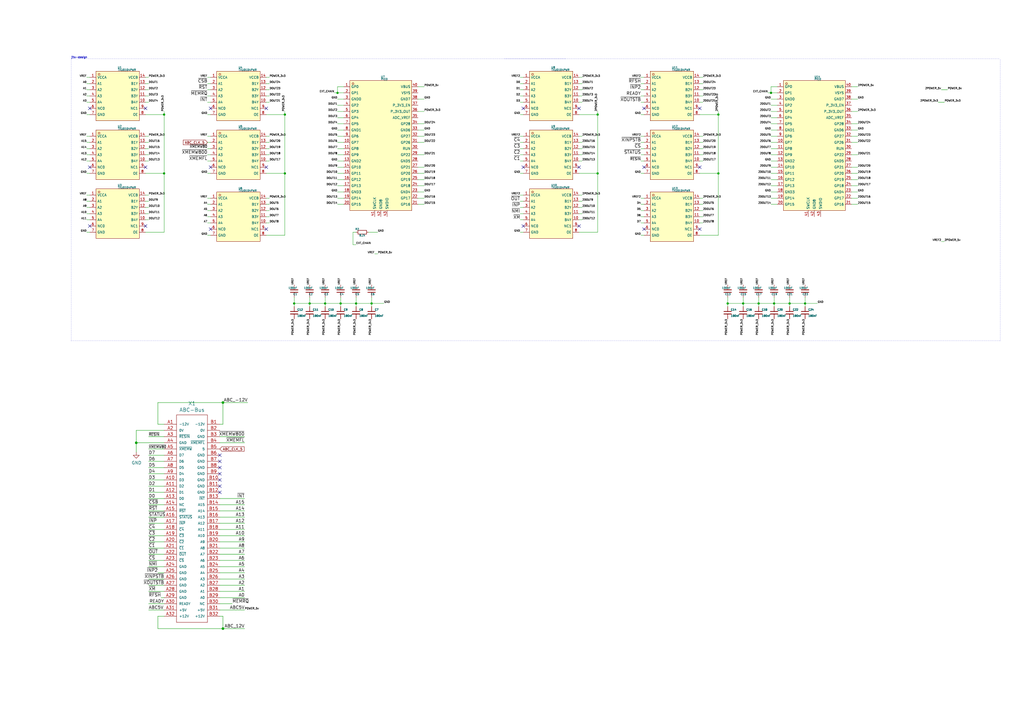
<source format=kicad_sch>
(kicad_sch
	(version 20250114)
	(generator "eeschema")
	(generator_version "9.0")
	(uuid "219df102-d28d-b743-245e-efc9439ef913")
	(paper "A3")
	(title_block
		(title "4680 LOGIC ANALYZER")
		(date "2025-08-14")
	)
	
	(text "jitx-design"
		(exclude_from_sim no)
		(at 29.21 24.13 0)
		(effects
			(font
				(size 0.762 0.762)
			)
			(justify left bottom)
		)
		(uuid "a29b4d81-295e-4e92-4a0b-d06942221206")
	)
	(junction
		(at 152.4 124.46)
		(diameter 0.762)
		(color 0 0 0 0)
		(uuid "042cc238-85ec-8300-e122-287d90dace06")
	)
	(junction
		(at 127 124.46)
		(diameter 0.762)
		(color 0 0 0 0)
		(uuid "1389c834-84ca-0b39-19be-946531520b9c")
	)
	(junction
		(at 55.88 181.61)
		(diameter 0)
		(color 0 0 0 0)
		(uuid "1e567a73-6efa-46e8-a9fe-8d39ff3a9c3d")
	)
	(junction
		(at 67.31 71.12)
		(diameter 0.762)
		(color 0 0 0 0)
		(uuid "2c53c86b-2f71-7ff7-88a2-6d117e56c654")
	)
	(junction
		(at 245.11 46.99)
		(diameter 0.762)
		(color 0 0 0 0)
		(uuid "2dc3a48d-3d42-43b1-a3c5-b1e94875dc70")
	)
	(junction
		(at 120.65 124.46)
		(diameter 0.762)
		(color 0 0 0 0)
		(uuid "2fa001f2-7827-bfc1-e04d-2b9e5f8f7d0f")
	)
	(junction
		(at 323.85 124.46)
		(diameter 0.762)
		(color 0 0 0 0)
		(uuid "34e50a99-49e1-449c-9e53-1d00c76d3d3d")
	)
	(junction
		(at 294.64 71.12)
		(diameter 0.762)
		(color 0 0 0 0)
		(uuid "3822c205-e5ce-4a0c-9944-39d6e154ee5b")
	)
	(junction
		(at 316.23 38.1)
		(diameter 0.762)
		(color 0 0 0 0)
		(uuid "3cacff9c-50d4-4e1f-b9e3-59364b758a5c")
	)
	(junction
		(at 91.44 257.81)
		(diameter 0)
		(color 0 0 0 0)
		(uuid "3cd236a6-4642-406a-bf9b-2df18be4cb23")
	)
	(junction
		(at 139.7 124.46)
		(diameter 0.762)
		(color 0 0 0 0)
		(uuid "4177fddd-9575-740c-fedf-0b73e81dc483")
	)
	(junction
		(at 91.44 165.1)
		(diameter 0)
		(color 0 0 0 0)
		(uuid "65d440c0-c664-48c8-a0fc-18c335761bfe")
	)
	(junction
		(at 116.84 46.99)
		(diameter 0.762)
		(color 0 0 0 0)
		(uuid "670b72cf-67ef-f1a3-194d-80aadb79d309")
	)
	(junction
		(at 116.84 71.12)
		(diameter 0.762)
		(color 0 0 0 0)
		(uuid "72b993db-2638-e0a8-9adf-6baf8ee160c8")
	)
	(junction
		(at 317.5 124.46)
		(diameter 0.762)
		(color 0 0 0 0)
		(uuid "8136187f-6662-40ed-b0e4-cc39feb412ba")
	)
	(junction
		(at 133.35 124.46)
		(diameter 0.762)
		(color 0 0 0 0)
		(uuid "9b3f248e-6d28-c8e5-b879-5039bcaad69e")
	)
	(junction
		(at 330.2 124.46)
		(diameter 0.762)
		(color 0 0 0 0)
		(uuid "9eacc73c-87bb-46d2-8140-51c9bf0bb918")
	)
	(junction
		(at 245.11 71.12)
		(diameter 0.762)
		(color 0 0 0 0)
		(uuid "aafdf8e4-9b8d-4022-be79-b4a4c0a76a07")
	)
	(junction
		(at 67.31 46.99)
		(diameter 0.762)
		(color 0 0 0 0)
		(uuid "b1e64ff5-77c7-96e9-8dc5-d0646f6efa27")
	)
	(junction
		(at 298.45 124.46)
		(diameter 0.762)
		(color 0 0 0 0)
		(uuid "b3584922-99e2-46ca-8643-8b505788c4df")
	)
	(junction
		(at 294.64 46.99)
		(diameter 0.762)
		(color 0 0 0 0)
		(uuid "d7cf6443-1e3e-417e-9822-79dd4e386330")
	)
	(junction
		(at 146.05 124.46)
		(diameter 0.762)
		(color 0 0 0 0)
		(uuid "dda76ac0-10c5-ad15-8d1f-706fe933c410")
	)
	(junction
		(at 304.8 124.46)
		(diameter 0.762)
		(color 0 0 0 0)
		(uuid "f6c9a5cc-982f-4bcb-926f-4f8f7da0fc05")
	)
	(junction
		(at 138.43 38.1)
		(diameter 0.762)
		(color 0 0 0 0)
		(uuid "fb0dd6c2-06e5-8eec-6601-e86889114df2")
	)
	(junction
		(at 311.15 124.46)
		(diameter 0.762)
		(color 0 0 0 0)
		(uuid "fd9fee67-93df-41a4-be2c-75e307e42c24")
	)
	(no_connect
		(at 237.49 44.45)
		(uuid "0822c10d-77b0-48f8-a879-b1bf7685e9f8")
	)
	(no_connect
		(at 109.22 68.58)
		(uuid "0f36d4a8-ca1d-482a-b788-8140910169c4")
	)
	(no_connect
		(at 86.36 44.45)
		(uuid "1705e63e-2635-42bb-8e5d-84981c36774d")
	)
	(no_connect
		(at 36.83 44.45)
		(uuid "2184c91e-6e19-4040-8725-8ce50213a970")
	)
	(no_connect
		(at 86.36 68.58)
		(uuid "2ec41176-5037-4ca2-b729-937ba41985d4")
	)
	(no_connect
		(at 59.69 68.58)
		(uuid "359d1721-d496-4d2a-90aa-d900cac8f15d")
	)
	(no_connect
		(at 287.02 93.98)
		(uuid "3af4395f-9c92-45d3-83b1-b674f3938364")
	)
	(no_connect
		(at 36.83 92.71)
		(uuid "3f9e6669-3865-4710-934a-66be0818989b")
	)
	(no_connect
		(at 287.02 44.45)
		(uuid "431b9770-9818-48c4-a230-4f0f1c92a169")
	)
	(no_connect
		(at 237.49 92.71)
		(uuid "49ab0fb7-37c5-4625-85bd-641f13bf5946")
	)
	(no_connect
		(at 109.22 93.98)
		(uuid "4cb375db-f1ef-438b-a00f-67c0ef004d11")
	)
	(no_connect
		(at 264.16 93.98)
		(uuid "6e55a3cb-c4ee-4eba-a946-b49b777b6f9a")
	)
	(no_connect
		(at 86.36 93.98)
		(uuid "72870677-8e39-43a4-9cd5-5ebace71ebc6")
	)
	(no_connect
		(at 264.16 44.45)
		(uuid "734ef6eb-cbbe-44ff-8d9a-83838dfce754")
	)
	(no_connect
		(at 90.17 194.31)
		(uuid "73ef7991-ed6a-48fa-886a-426c99aa9de7")
	)
	(no_connect
		(at 90.17 199.39)
		(uuid "891a5847-ece7-45c5-a344-fa4b56ea17dd")
	)
	(no_connect
		(at 36.83 68.58)
		(uuid "8f4d880f-9c4f-4dbc-a996-3106dc92f070")
	)
	(no_connect
		(at 59.69 92.71)
		(uuid "9608ff4c-80f8-40f7-86d9-21bdc524fd16")
	)
	(no_connect
		(at 90.17 196.85)
		(uuid "a62428fe-ef09-4278-86f3-e7e5395df2b2")
	)
	(no_connect
		(at 214.63 92.71)
		(uuid "a876b991-d223-4522-9af9-ea970013fafb")
	)
	(no_connect
		(at 90.17 189.23)
		(uuid "acf0c9d1-65fa-49d6-8031-33e9aa20f888")
	)
	(no_connect
		(at 109.22 44.45)
		(uuid "b1a00071-22b3-40e1-9dc5-73bb2b4dc23b")
	)
	(no_connect
		(at 214.63 44.45)
		(uuid "bae310b7-c62e-4c2f-8889-f1fdb6b5ba6b")
	)
	(no_connect
		(at 59.69 44.45)
		(uuid "c0937799-7866-4dcc-8a7e-1106e4539df5")
	)
	(no_connect
		(at 214.63 68.58)
		(uuid "d02b8622-0f80-41b7-984f-888b5e2c8970")
	)
	(no_connect
		(at 90.17 186.69)
		(uuid "f0f6ac35-bfdd-4cec-ad58-2064aff0408d")
	)
	(no_connect
		(at 264.16 68.58)
		(uuid "f30fe8da-f449-40a3-a282-0759c39ddb7d")
	)
	(no_connect
		(at 237.49 68.58)
		(uuid "f5855b53-ed69-46cc-ba90-a0014dde182b")
	)
	(no_connect
		(at 90.17 191.77)
		(uuid "f63af734-de6c-45a4-aa10-11702565f8f1")
	)
	(no_connect
		(at 90.17 201.93)
		(uuid "fd56f66a-d2d9-4985-84bb-9c8b99d5544e")
	)
	(no_connect
		(at 287.02 68.58)
		(uuid "ff932043-9711-42b4-8bda-67b58601446b")
	)
	(wire
		(pts
			(xy 35.56 55.88) (xy 36.83 55.88)
		)
		(stroke
			(width 0.127)
			(type default)
		)
		(uuid "0028a3d3-dc29-2665-6960-d1081c2e160f")
	)
	(wire
		(pts
			(xy 349.25 83.82) (xy 351.79 83.82)
		)
		(stroke
			(width 0.127)
			(type default)
		)
		(uuid "00f859e6-6424-4569-a8d7-a8771e0c5f5d")
	)
	(wire
		(pts
			(xy 146.05 124.46) (xy 146.05 121.92)
		)
		(stroke
			(width 0.127)
			(type default)
		)
		(uuid "01ac23ba-ab0d-34d2-110c-2e5baef817fe")
	)
	(wire
		(pts
			(xy 316.23 55.88) (xy 318.77 55.88)
		)
		(stroke
			(width 0.127)
			(type default)
		)
		(uuid "022bd2d9-a6e9-4cee-959e-0db69e00b7a7")
	)
	(wire
		(pts
			(xy 67.31 237.49) (xy 60.96 237.49)
		)
		(stroke
			(width 0)
			(type default)
		)
		(uuid "034b7682-5998-42fc-ba3f-e1d91a29a963")
	)
	(wire
		(pts
			(xy 60.96 196.85) (xy 67.31 196.85)
		)
		(stroke
			(width 0)
			(type default)
		)
		(uuid "03512c72-5c26-46d9-b64d-b872b8c8aa52")
	)
	(wire
		(pts
			(xy 213.36 63.5) (xy 214.63 63.5)
		)
		(stroke
			(width 0.127)
			(type default)
		)
		(uuid "036d8736-795f-479f-a56d-2fa1452d94a3")
	)
	(wire
		(pts
			(xy 144.78 95.25) (xy 144.78 100.33)
		)
		(stroke
			(width 0.127)
			(type default)
		)
		(uuid "0562b750-03e8-fee7-fa34-0c7f97254869")
	)
	(wire
		(pts
			(xy 316.23 71.12) (xy 318.77 71.12)
		)
		(stroke
			(width 0.127)
			(type default)
		)
		(uuid "067ea5f9-8869-4286-a13f-ee952864dfcf")
	)
	(wire
		(pts
			(xy 116.84 71.12) (xy 116.84 46.99)
		)
		(stroke
			(width 0.127)
			(type default)
		)
		(uuid "070aed4b-dc83-8c34-50c6-279c56a0a7b0")
	)
	(wire
		(pts
			(xy 316.23 53.34) (xy 318.77 53.34)
		)
		(stroke
			(width 0.127)
			(type default)
		)
		(uuid "07a052af-c4b0-4618-add2-34cfcfcf90b0")
	)
	(wire
		(pts
			(xy 384.81 41.91) (xy 387.35 41.91)
		)
		(stroke
			(width 0)
			(type default)
		)
		(uuid "089a09f3-4ea4-4423-aab1-8423ce7f40b5")
	)
	(wire
		(pts
			(xy 90.17 247.65) (xy 95.25 247.65)
		)
		(stroke
			(width 0)
			(type default)
		)
		(uuid "08df9ae4-203f-4668-804f-3d0ec4287c5c")
	)
	(polyline
		(pts
			(xy 29.21 139.7) (xy 410.21 139.7)
		)
		(stroke
			(width 0.127)
			(type dot)
		)
		(uuid "08e0ea35-8612-4c04-8671-0570230c2e11")
	)
	(wire
		(pts
			(xy 67.31 252.73) (xy 64.77 252.73)
		)
		(stroke
			(width 0)
			(type default)
		)
		(uuid "092ed550-ef8d-405a-b76a-b818ece3bd0f")
	)
	(wire
		(pts
			(xy 138.43 55.88) (xy 140.97 55.88)
		)
		(stroke
			(width 0.127)
			(type default)
		)
		(uuid "0aff7fc6-1edc-cd83-b31c-0c91081c0e66")
	)
	(wire
		(pts
			(xy 90.17 219.71) (xy 100.33 219.71)
		)
		(stroke
			(width 0)
			(type default)
		)
		(uuid "0bf072e2-5a94-4648-ab4f-56cc868174a3")
	)
	(wire
		(pts
			(xy 109.22 86.36) (xy 110.49 86.36)
		)
		(stroke
			(width 0.127)
			(type default)
		)
		(uuid "0bf39884-d41c-f268-9500-5b2baf5119f7")
	)
	(wire
		(pts
			(xy 287.02 31.75) (xy 288.29 31.75)
		)
		(stroke
			(width 0.127)
			(type default)
		)
		(uuid "0c54c06c-e2a1-4a93-92c3-9e994d1d8421")
	)
	(wire
		(pts
			(xy 35.56 95.25) (xy 36.83 95.25)
		)
		(stroke
			(width 0.127)
			(type default)
		)
		(uuid "0ed75bab-49b6-8b80-4585-9da0e89684e5")
	)
	(wire
		(pts
			(xy 287.02 34.29) (xy 288.29 34.29)
		)
		(stroke
			(width 0.127)
			(type default)
		)
		(uuid "10e01426-651b-4ff7-96bb-10d1fb63230a")
	)
	(polyline
		(pts
			(xy 410.21 139.7) (xy 410.21 24.13)
		)
		(stroke
			(width 0.127)
			(type dot)
		)
		(uuid "1311a563-b10d-4fca-af31-2a3fe4f7b3e7")
	)
	(wire
		(pts
			(xy 287.02 55.88) (xy 288.29 55.88)
		)
		(stroke
			(width 0.127)
			(type default)
		)
		(uuid "1447133e-4e69-4487-889c-113857f55f77")
	)
	(wire
		(pts
			(xy 109.22 91.44) (xy 110.49 91.44)
		)
		(stroke
			(width 0.127)
			(type default)
		)
		(uuid "14f257a3-ec02-2133-f8f8-c8351933dc14")
	)
	(wire
		(pts
			(xy 120.65 124.46) (xy 127 124.46)
		)
		(stroke
			(width 0.127)
			(type default)
		)
		(uuid "14f8343d-bf65-6bf6-4bcf-987431fddab2")
	)
	(wire
		(pts
			(xy 349.25 73.66) (xy 351.79 73.66)
		)
		(stroke
			(width 0.127)
			(type default)
		)
		(uuid "151394aa-bdab-4946-96df-5da27b0c44d2")
	)
	(wire
		(pts
			(xy 91.44 252.73) (xy 90.17 252.73)
		)
		(stroke
			(width 0)
			(type default)
		)
		(uuid "154d66e0-429f-4345-b7c1-de73605249fe")
	)
	(wire
		(pts
			(xy 85.09 81.28) (xy 86.36 81.28)
		)
		(stroke
			(width 0.127)
			(type default)
		)
		(uuid "178ec76e-341e-be1d-a926-aeb2d8da66db")
	)
	(wire
		(pts
			(xy 60.96 232.41) (xy 67.31 232.41)
		)
		(stroke
			(width 0)
			(type default)
		)
		(uuid "179031f8-5400-4877-83be-dbe24abf7f19")
	)
	(wire
		(pts
			(xy 316.23 78.74) (xy 318.77 78.74)
		)
		(stroke
			(width 0.127)
			(type default)
		)
		(uuid "18628061-31cc-45bc-a394-d08c35105d62")
	)
	(wire
		(pts
			(xy 91.44 165.1) (xy 91.44 173.99)
		)
		(stroke
			(width 0)
			(type default)
		)
		(uuid "18baa678-aa24-4f9a-b53f-e785ff1da08b")
	)
	(wire
		(pts
			(xy 109.22 63.5) (xy 110.49 63.5)
		)
		(stroke
			(width 0.127)
			(type default)
		)
		(uuid "1c112ab4-ea79-3f0c-600d-ad767cb2c14b")
	)
	(wire
		(pts
			(xy 133.35 125.73) (xy 133.35 124.46)
		)
		(stroke
			(width 0.127)
			(type default)
		)
		(uuid "1cc39c3b-dd27-b8e8-4b12-383953f50332")
	)
	(wire
		(pts
			(xy 171.45 76.2) (xy 173.99 76.2)
		)
		(stroke
			(width 0.127)
			(type default)
		)
		(uuid "1d282c3d-e1fe-163c-3e76-a3b53287425c")
	)
	(wire
		(pts
			(xy 60.96 209.55) (xy 67.31 209.55)
		)
		(stroke
			(width 0)
			(type default)
		)
		(uuid "1e24cee0-bd1b-48c0-9e81-1303d405048f")
	)
	(wire
		(pts
			(xy 171.45 50.8) (xy 173.99 50.8)
		)
		(stroke
			(width 0.127)
			(type default)
		)
		(uuid "1ea09940-e562-effa-e892-fe5ad12e13ed")
	)
	(wire
		(pts
			(xy 90.17 207.01) (xy 100.33 207.01)
		)
		(stroke
			(width 0)
			(type default)
		)
		(uuid "1ef4daf0-8068-408b-94fe-d8542cc4fd67")
	)
	(wire
		(pts
			(xy 349.25 55.88) (xy 351.79 55.88)
		)
		(stroke
			(width 0.127)
			(type default)
		)
		(uuid "21458000-a4f0-4fd2-aa29-bcf0dbd4ce26")
	)
	(wire
		(pts
			(xy 127 124.46) (xy 133.35 124.46)
		)
		(stroke
			(width 0.127)
			(type default)
		)
		(uuid "218e2876-868e-496c-8359-780191896fae")
	)
	(wire
		(pts
			(xy 349.25 50.8) (xy 351.79 50.8)
		)
		(stroke
			(width 0.127)
			(type default)
		)
		(uuid "2230d108-2a6f-4667-82cb-fccb20d49be6")
	)
	(wire
		(pts
			(xy 90.17 242.57) (xy 100.33 242.57)
		)
		(stroke
			(width 0)
			(type default)
		)
		(uuid "22e2c0b2-577b-4299-9201-5e9159eb179f")
	)
	(wire
		(pts
			(xy 171.45 81.28) (xy 173.99 81.28)
		)
		(stroke
			(width 0.127)
			(type default)
		)
		(uuid "23eaa51d-4414-4f26-5967-48d0fccf0548")
	)
	(wire
		(pts
			(xy 59.69 34.29) (xy 60.96 34.29)
		)
		(stroke
			(width 0.127)
			(type default)
		)
		(uuid "2445749e-755f-c3f1-38cd-f490e0dff169")
	)
	(wire
		(pts
			(xy 144.78 95.25) (xy 146.05 95.25)
		)
		(stroke
			(width 0.127)
			(type default)
		)
		(uuid "24eeb98f-1012-2f7b-d6c7-2f0de9df888c")
	)
	(wire
		(pts
			(xy 237.49 87.63) (xy 238.76 87.63)
		)
		(stroke
			(width 0.127)
			(type default)
		)
		(uuid "255ecd5f-f262-4d98-9821-0d5e5cce1c16")
	)
	(wire
		(pts
			(xy 138.43 81.28) (xy 140.97 81.28)
		)
		(stroke
			(width 0.127)
			(type default)
		)
		(uuid "256b5ab9-7b74-29e4-9c1a-925ad42a7517")
	)
	(wire
		(pts
			(xy 171.45 58.42) (xy 173.99 58.42)
		)
		(stroke
			(width 0.127)
			(type default)
		)
		(uuid "2710b291-9114-02ff-2188-aa6637024598")
	)
	(wire
		(pts
			(xy 59.69 63.5) (xy 60.96 63.5)
		)
		(stroke
			(width 0.127)
			(type default)
		)
		(uuid "27564917-eb46-5190-1aa0-82aeb524e22f")
	)
	(wire
		(pts
			(xy 262.89 86.36) (xy 264.16 86.36)
		)
		(stroke
			(width 0.127)
			(type default)
		)
		(uuid "282d3cbe-eff1-483d-8c20-f877f4b3f94d")
	)
	(wire
		(pts
			(xy 237.49 82.55) (xy 238.76 82.55)
		)
		(stroke
			(width 0.127)
			(type default)
		)
		(uuid "28aa0042-a22a-4ae7-829d-897596e62db9")
	)
	(wire
		(pts
			(xy 171.45 35.56) (xy 173.99 35.56)
		)
		(stroke
			(width 0.127)
			(type default)
		)
		(uuid "291d4833-1b03-f1ee-e86d-f77d48df4e94")
	)
	(wire
		(pts
			(xy 139.7 124.46) (xy 146.05 124.46)
		)
		(stroke
			(width 0.127)
			(type default)
		)
		(uuid "294ca8a1-3458-f4fd-7040-f80d4ef2f541")
	)
	(wire
		(pts
			(xy 287.02 36.83) (xy 288.29 36.83)
		)
		(stroke
			(width 0.127)
			(type default)
		)
		(uuid "2a22d5ed-e6bd-4c76-94ce-d0a3be12bc1b")
	)
	(wire
		(pts
			(xy 287.02 63.5) (xy 288.29 63.5)
		)
		(stroke
			(width 0.127)
			(type default)
		)
		(uuid "2b69a9a2-5acb-4a85-af29-e9750d6cb09e")
	)
	(wire
		(pts
			(xy 59.69 87.63) (xy 60.96 87.63)
		)
		(stroke
			(width 0.127)
			(type default)
		)
		(uuid "2b7c7bdd-d60d-bcde-9fb0-2e8d8afae1de")
	)
	(wire
		(pts
			(xy 35.56 58.42) (xy 36.83 58.42)
		)
		(stroke
			(width 0.127)
			(type default)
		)
		(uuid "2b82050b-3d81-13a1-2b08-cbb7a2459793")
	)
	(wire
		(pts
			(xy 91.44 257.81) (xy 100.33 257.81)
		)
		(stroke
			(width 0)
			(type default)
		)
		(uuid "2c0c8dd4-c143-455c-a186-accc08a6a965")
	)
	(wire
		(pts
			(xy 35.56 85.09) (xy 36.83 85.09)
		)
		(stroke
			(width 0.127)
			(type default)
		)
		(uuid "2c2366e1-2ec8-d4cb-63c1-31f076ea1e3b")
	)
	(wire
		(pts
			(xy 213.36 90.17) (xy 214.63 90.17)
		)
		(stroke
			(width 0.127)
			(type default)
		)
		(uuid "2f141998-8cb0-4a22-8aac-2eb4b7845599")
	)
	(wire
		(pts
			(xy 60.96 224.79) (xy 67.31 224.79)
		)
		(stroke
			(width 0)
			(type default)
		)
		(uuid "2f4f9dcb-4f7a-42a4-a5a8-99a0d792f7c4")
	)
	(wire
		(pts
			(xy 245.11 46.99) (xy 245.11 45.72)
		)
		(stroke
			(width 0.127)
			(type default)
		)
		(uuid "3007ffae-38b5-47d4-9d7a-9999a0587b0a")
	)
	(wire
		(pts
			(xy 138.43 35.56) (xy 140.97 35.56)
		)
		(stroke
			(width 0.127)
			(type default)
		)
		(uuid "305cbae5-bbce-800d-5009-7034988a1c8b")
	)
	(wire
		(pts
			(xy 60.96 207.01) (xy 67.31 207.01)
		)
		(stroke
			(width 0)
			(type default)
		)
		(uuid "31ad2824-3cf0-4b54-ba78-07de355f9205")
	)
	(wire
		(pts
			(xy 85.09 58.42) (xy 86.36 58.42)
		)
		(stroke
			(width 0.127)
			(type default)
		)
		(uuid "31b347d8-a106-ce3a-a3a2-ea9c49315e1e")
	)
	(wire
		(pts
			(xy 138.43 38.1) (xy 138.43 35.56)
		)
		(stroke
			(width 0.127)
			(type default)
		)
		(uuid "31eedf15-8866-a387-33d0-b71e16dadf6e")
	)
	(wire
		(pts
			(xy 311.15 124.46) (xy 311.15 121.92)
		)
		(stroke
			(width 0.127)
			(type default)
		)
		(uuid "32243b72-05b1-46bf-ac83-7edc2edd5b88")
	)
	(wire
		(pts
			(xy 262.89 31.75) (xy 264.16 31.75)
		)
		(stroke
			(width 0.127)
			(type default)
		)
		(uuid "32424c5d-c7bb-4b25-af11-21da4e9a1a78")
	)
	(wire
		(pts
			(xy 59.69 60.96) (xy 60.96 60.96)
		)
		(stroke
			(width 0.127)
			(type default)
		)
		(uuid "32b7c463-5369-230f-eac9-c2e9c843f497")
	)
	(wire
		(pts
			(xy 316.23 58.42) (xy 318.77 58.42)
		)
		(stroke
			(width 0.127)
			(type default)
		)
		(uuid "32c6db15-47db-4372-a2bc-dd841c5ee4ed")
	)
	(wire
		(pts
			(xy 287.02 39.37) (xy 288.29 39.37)
		)
		(stroke
			(width 0.127)
			(type default)
		)
		(uuid "32c89a83-323f-49a7-8916-f5deab09eafd")
	)
	(wire
		(pts
			(xy 64.77 257.81) (xy 91.44 257.81)
		)
		(stroke
			(width 0)
			(type default)
		)
		(uuid "32dcebc2-4d14-45ee-afa3-df4526d95cab")
	)
	(wire
		(pts
			(xy 262.89 36.83) (xy 264.16 36.83)
		)
		(stroke
			(width 0.127)
			(type default)
		)
		(uuid "333b51ee-39c3-4b34-9c15-63c713dd7056")
	)
	(wire
		(pts
			(xy 287.02 96.52) (xy 294.64 96.52)
		)
		(stroke
			(width 0.127)
			(type default)
		)
		(uuid "3363c25c-c96a-47ec-a08a-2f5518b2a610")
	)
	(wire
		(pts
			(xy 85.09 46.99) (xy 86.36 46.99)
		)
		(stroke
			(width 0.127)
			(type default)
		)
		(uuid "33dc48af-0cbe-25b8-5d31-1ec0d3ef7c03")
	)
	(wire
		(pts
			(xy 237.49 41.91) (xy 238.76 41.91)
		)
		(stroke
			(width 0.127)
			(type default)
		)
		(uuid "3578cf0e-2402-46ff-a803-7c811f66da67")
	)
	(wire
		(pts
			(xy 171.45 78.74) (xy 173.99 78.74)
		)
		(stroke
			(width 0.127)
			(type default)
		)
		(uuid "35d81f2e-2783-f683-69b6-4b70b8b9bb8a")
	)
	(wire
		(pts
			(xy 171.45 73.66) (xy 173.99 73.66)
		)
		(stroke
			(width 0.127)
			(type default)
		)
		(uuid "36b4d687-84ab-b3b3-538b-29dad6a76053")
	)
	(wire
		(pts
			(xy 90.17 250.19) (xy 100.33 250.19)
		)
		(stroke
			(width 0)
			(type default)
		)
		(uuid "370fcb22-6417-4377-8d7a-25c0927772bc")
	)
	(wire
		(pts
			(xy 59.69 90.17) (xy 60.96 90.17)
		)
		(stroke
			(width 0.127)
			(type default)
		)
		(uuid "37a79177-d3c8-f702-8602-b58b900e00fb")
	)
	(wire
		(pts
			(xy 316.23 43.18) (xy 318.77 43.18)
		)
		(stroke
			(width 0.127)
			(type default)
		)
		(uuid "387ac3d0-d490-472a-a8c5-61b6c6daa8be")
	)
	(wire
		(pts
			(xy 245.11 95.25) (xy 245.11 71.12)
		)
		(stroke
			(width 0.127)
			(type default)
		)
		(uuid "395f045f-ff8e-49f4-abc0-367329acaafa")
	)
	(wire
		(pts
			(xy 138.43 78.74) (xy 140.97 78.74)
		)
		(stroke
			(width 0.127)
			(type default)
		)
		(uuid "396d7780-097b-062d-ce0f-43e9524eb2ec")
	)
	(wire
		(pts
			(xy 262.89 63.5) (xy 264.16 63.5)
		)
		(stroke
			(width 0.127)
			(type default)
		)
		(uuid "399446f9-6f15-4ab3-9d3a-3a7aa6250b5b")
	)
	(wire
		(pts
			(xy 386.08 99.06) (xy 387.35 99.06)
		)
		(stroke
			(width 0.127)
			(type default)
		)
		(uuid "3a6ce560-9a4c-4b80-bb03-4faba2ca1684")
	)
	(wire
		(pts
			(xy 171.45 83.82) (xy 173.99 83.82)
		)
		(stroke
			(width 0.127)
			(type default)
		)
		(uuid "3b629278-67da-a3b7-5768-e9cc834c20ed")
	)
	(wire
		(pts
			(xy 316.23 73.66) (xy 318.77 73.66)
		)
		(stroke
			(width 0.127)
			(type default)
		)
		(uuid "3b9ed72a-f24d-4162-a054-3e3bd5ff8ac5")
	)
	(wire
		(pts
			(xy 67.31 173.99) (xy 64.77 173.99)
		)
		(stroke
			(width 0)
			(type default)
		)
		(uuid "3bb5f1f3-29c2-4970-9a97-6ab9e6e4190e")
	)
	(wire
		(pts
			(xy 262.89 83.82) (xy 264.16 83.82)
		)
		(stroke
			(width 0.127)
			(type default)
		)
		(uuid "3cfa7c00-d38e-4e35-9770-c39444b7c0c4")
	)
	(wire
		(pts
			(xy 237.49 39.37) (xy 238.76 39.37)
		)
		(stroke
			(width 0.127)
			(type default)
		)
		(uuid "3d7b8615-16c3-46ae-9021-4252fe5639e1")
	)
	(wire
		(pts
			(xy 59.69 82.55) (xy 60.96 82.55)
		)
		(stroke
			(width 0.127)
			(type default)
		)
		(uuid "3d8d80ea-4324-1bab-ab0b-11bfed455210")
	)
	(wire
		(pts
			(xy 262.89 55.88) (xy 264.16 55.88)
		)
		(stroke
			(width 0.127)
			(type default)
		)
		(uuid "3dcefcf8-5b26-477a-86a3-a89b9cebbf48")
	)
	(wire
		(pts
			(xy 138.43 58.42) (xy 140.97 58.42)
		)
		(stroke
			(width 0.127)
			(type default)
		)
		(uuid "3eabe863-66ad-41db-d0cb-e70314a449a8")
	)
	(wire
		(pts
			(xy 67.31 95.25) (xy 67.31 71.12)
		)
		(stroke
			(width 0.127)
			(type default)
		)
		(uuid "3f3077af-10d3-3f45-69f8-5a4ec4a3f964")
	)
	(wire
		(pts
			(xy 35.56 46.99) (xy 36.83 46.99)
		)
		(stroke
			(width 0.127)
			(type default)
		)
		(uuid "3f4aa8e9-a9e1-36e0-18d6-c64ae270bf14")
	)
	(wire
		(pts
			(xy 85.09 91.44) (xy 86.36 91.44)
		)
		(stroke
			(width 0.127)
			(type default)
		)
		(uuid "401b5d10-9ef9-1753-7df5-83510a6de0be")
	)
	(wire
		(pts
			(xy 262.89 88.9) (xy 264.16 88.9)
		)
		(stroke
			(width 0.127)
			(type default)
		)
		(uuid "40ad4b97-155d-46b3-9367-b87eaf1aa91b")
	)
	(wire
		(pts
			(xy 109.22 81.28) (xy 110.49 81.28)
		)
		(stroke
			(width 0.127)
			(type default)
		)
		(uuid "42818a81-34ae-ac73-c880-d3b86b0c7513")
	)
	(wire
		(pts
			(xy 138.43 66.04) (xy 140.97 66.04)
		)
		(stroke
			(width 0.127)
			(type default)
		)
		(uuid "42a30956-f3ab-475f-49f3-44c71dcf7b60")
	)
	(wire
		(pts
			(xy 138.43 38.1) (xy 140.97 38.1)
		)
		(stroke
			(width 0.127)
			(type default)
		)
		(uuid "43a15b6e-0012-d248-4150-58bc673894b6")
	)
	(wire
		(pts
			(xy 316.23 48.26) (xy 318.77 48.26)
		)
		(stroke
			(width 0.127)
			(type default)
		)
		(uuid "43d8fdbd-5380-45f9-bfd9-aaca1372232c")
	)
	(wire
		(pts
			(xy 304.8 125.73) (xy 304.8 124.46)
		)
		(stroke
			(width 0.127)
			(type default)
		)
		(uuid "43e1034c-1ea0-439b-88f3-b43b883958cd")
	)
	(wire
		(pts
			(xy 85.09 55.88) (xy 86.36 55.88)
		)
		(stroke
			(width 0.127)
			(type default)
		)
		(uuid "4602ee9b-adc5-3b8b-2ead-f51464ec05d2")
	)
	(wire
		(pts
			(xy 91.44 257.81) (xy 91.44 252.73)
		)
		(stroke
			(width 0)
			(type default)
		)
		(uuid "460837ee-33b2-4151-857c-22bbf0540dfa")
	)
	(wire
		(pts
			(xy 60.96 201.93) (xy 67.31 201.93)
		)
		(stroke
			(width 0)
			(type default)
		)
		(uuid "47b109ba-99a7-4cc0-aa6b-b98426d5b291")
	)
	(polyline
		(pts
			(xy 29.21 139.7) (xy 29.21 24.13)
		)
		(stroke
			(width 0.127)
			(type dot)
		)
		(uuid "489e5ae1-50ca-e184-45ea-4a962b97b2b2")
	)
	(wire
		(pts
			(xy 90.17 240.03) (xy 100.33 240.03)
		)
		(stroke
			(width 0)
			(type default)
		)
		(uuid "492536e0-9041-4b21-bb23-0d5c248ce1b6")
	)
	(polyline
		(pts
			(xy 29.21 24.13) (xy 232.41 24.13)
		)
		(stroke
			(width 0.127)
			(type dot)
		)
		(uuid "494145df-2e6d-0f0c-ebe0-97d0adba9bee")
	)
	(wire
		(pts
			(xy 109.22 88.9) (xy 110.49 88.9)
		)
		(stroke
			(width 0.127)
			(type default)
		)
		(uuid "4966511e-2f30-7eeb-3f66-0dbbad6f3047")
	)
	(wire
		(pts
			(xy 139.7 125.73) (xy 139.7 124.46)
		)
		(stroke
			(width 0.127)
			(type default)
		)
		(uuid "4a3e7240-f558-6c76-7b4c-acdba4899aff")
	)
	(wire
		(pts
			(xy 349.25 71.12) (xy 351.79 71.12)
		)
		(stroke
			(width 0.127)
			(type default)
		)
		(uuid "4ad257a5-e87a-468a-b298-4c8be50999cb")
	)
	(wire
		(pts
			(xy 323.85 124.46) (xy 323.85 121.92)
		)
		(stroke
			(width 0.127)
			(type default)
		)
		(uuid "4b557206-65c1-4ac4-8722-b67adb095ec8")
	)
	(wire
		(pts
			(xy 35.56 39.37) (xy 36.83 39.37)
		)
		(stroke
			(width 0.127)
			(type default)
		)
		(uuid "4bb72a17-ee1b-95d1-05c0-359aef2aa898")
	)
	(wire
		(pts
			(xy 316.23 50.8) (xy 318.77 50.8)
		)
		(stroke
			(width 0.127)
			(type default)
		)
		(uuid "4e1cbfc3-f9bb-4294-accf-10417dd3ef71")
	)
	(wire
		(pts
			(xy 298.45 124.46) (xy 298.45 121.92)
		)
		(stroke
			(width 0.127)
			(type default)
		)
		(uuid "52323522-8276-488d-9ab2-1fb14998b54c")
	)
	(wire
		(pts
			(xy 294.64 96.52) (xy 294.64 71.12)
		)
		(stroke
			(width 0.127)
			(type default)
		)
		(uuid "523e5ddd-8af8-4f4b-8743-4ddee8d44725")
	)
	(wire
		(pts
			(xy 317.5 124.46) (xy 317.5 121.92)
		)
		(stroke
			(width 0.127)
			(type default)
		)
		(uuid "5240bc29-6ed2-4df9-a9d7-0c6c0744d0c2")
	)
	(wire
		(pts
			(xy 59.69 58.42) (xy 60.96 58.42)
		)
		(stroke
			(width 0.127)
			(type default)
		)
		(uuid "53811e8e-94da-3f94-4f74-68543406f5d1")
	)
	(wire
		(pts
			(xy 323.85 125.73) (xy 323.85 124.46)
		)
		(stroke
			(width 0.127)
			(type default)
		)
		(uuid "5418203f-619a-4414-be43-746bbdd7eb3e")
	)
	(wire
		(pts
			(xy 109.22 41.91) (xy 110.49 41.91)
		)
		(stroke
			(width 0.127)
			(type default)
		)
		(uuid "542ae4d4-1cdc-74ca-94b9-4ec043e25773")
	)
	(wire
		(pts
			(xy 171.45 53.34) (xy 173.99 53.34)
		)
		(stroke
			(width 0.127)
			(type default)
		)
		(uuid "54a3e5c4-a7c6-4bb1-1b62-80d813ea74b7")
	)
	(wire
		(pts
			(xy 90.17 179.07) (xy 100.33 179.07)
		)
		(stroke
			(width 0)
			(type default)
		)
		(uuid "5513bbc3-e290-4fba-9fbd-730fbb64ed8f")
	)
	(wire
		(pts
			(xy 64.77 173.99) (xy 64.77 165.1)
		)
		(stroke
			(width 0)
			(type default)
		)
		(uuid "56f60f4e-ac56-4677-9918-78448535a9c2")
	)
	(wire
		(pts
			(xy 237.49 71.12) (xy 245.11 71.12)
		)
		(stroke
			(width 0.127)
			(type default)
		)
		(uuid "577f0e58-8d4e-420e-84bd-6a80e65ab9d2")
	)
	(wire
		(pts
			(xy 60.96 189.23) (xy 67.31 189.23)
		)
		(stroke
			(width 0)
			(type default)
		)
		(uuid "58455ac6-8d04-4ffc-9117-b3070bb6bc0f")
	)
	(wire
		(pts
			(xy 60.96 227.33) (xy 67.31 227.33)
		)
		(stroke
			(width 0)
			(type default)
		)
		(uuid "5880a1f7-06b1-42e0-85b2-317a6872565c")
	)
	(wire
		(pts
			(xy 213.36 95.25) (xy 214.63 95.25)
		)
		(stroke
			(width 0.127)
			(type default)
		)
		(uuid "588a8220-0a91-4382-9b1b-9610ca42f523")
	)
	(wire
		(pts
			(xy 109.22 39.37) (xy 110.49 39.37)
		)
		(stroke
			(width 0.127)
			(type default)
		)
		(uuid "5a316fca-12eb-2f35-13b4-f78da20202a5")
	)
	(wire
		(pts
			(xy 317.5 124.46) (xy 323.85 124.46)
		)
		(stroke
			(width 0.127)
			(type default)
		)
		(uuid "5b57b433-8b27-4d47-b31f-f7dc845b0e6a")
	)
	(wire
		(pts
			(xy 90.17 224.79) (xy 100.33 224.79)
		)
		(stroke
			(width 0)
			(type default)
		)
		(uuid "5c2ea49c-ae9c-4ec3-b58a-df62ae204660")
	)
	(wire
		(pts
			(xy 213.36 46.99) (xy 214.63 46.99)
		)
		(stroke
			(width 0.127)
			(type default)
		)
		(uuid "5ddb6425-5eb0-4c5a-b5fb-4e89cea7c305")
	)
	(wire
		(pts
			(xy 109.22 66.04) (xy 110.49 66.04)
		)
		(stroke
			(width 0.127)
			(type default)
		)
		(uuid "5de36a13-56ae-1333-2d4c-a70a9f0837c6")
	)
	(wire
		(pts
			(xy 349.25 35.56) (xy 351.79 35.56)
		)
		(stroke
			(width 0.127)
			(type default)
		)
		(uuid "5fbc343a-d020-4de1-83b2-b1a0d70a255c")
	)
	(wire
		(pts
			(xy 90.17 232.41) (xy 100.33 232.41)
		)
		(stroke
			(width 0)
			(type default)
		)
		(uuid "5fc2b517-d5ff-4380-a71e-d31dfe89537e")
	)
	(wire
		(pts
			(xy 153.67 104.14) (xy 154.94 104.14)
		)
		(stroke
			(width 0.127)
			(type default)
		)
		(uuid "60a25317-5391-1bae-38d0-a7550f78f7b5")
	)
	(wire
		(pts
			(xy 85.09 41.91) (xy 86.36 41.91)
		)
		(stroke
			(width 0.127)
			(type default)
		)
		(uuid "60a55d3e-eb92-c3db-75bf-2f14005ccd82")
	)
	(wire
		(pts
			(xy 109.22 60.96) (xy 110.49 60.96)
		)
		(stroke
			(width 0.127)
			(type default)
		)
		(uuid "616ee677-1649-3455-e105-aff1582c1c0f")
	)
	(wire
		(pts
			(xy 60.96 212.09) (xy 67.31 212.09)
		)
		(stroke
			(width 0)
			(type default)
		)
		(uuid "61fc3e4d-0887-4784-86e7-998b6981c1f5")
	)
	(wire
		(pts
			(xy 109.22 58.42) (xy 110.49 58.42)
		)
		(stroke
			(width 0.127)
			(type default)
		)
		(uuid "6270d4ff-f9ac-092e-3cf4-8ab8e1d98d06")
	)
	(wire
		(pts
			(xy 59.69 46.99) (xy 67.31 46.99)
		)
		(stroke
			(width 0.127)
			(type default)
		)
		(uuid "62e125b0-a100-8015-75f5-1f8c5648a939")
	)
	(polyline
		(pts
			(xy 207.01 24.13) (xy 410.21 24.13)
		)
		(stroke
			(width 0.127)
			(type dot)
		)
		(uuid "62e16614-0f25-4b0c-bc32-165174b3f473")
	)
	(wire
		(pts
			(xy 85.09 86.36) (xy 86.36 86.36)
		)
		(stroke
			(width 0.127)
			(type default)
		)
		(uuid "62f82bc9-4e96-57bc-b1a4-cbdee4137b8c")
	)
	(wire
		(pts
			(xy 152.4 124.46) (xy 157.48 124.46)
		)
		(stroke
			(width 0.127)
			(type default)
		)
		(uuid "6398f08c-0001-cc41-4b06-7456f9edd5da")
	)
	(wire
		(pts
			(xy 330.2 125.73) (xy 330.2 124.46)
		)
		(stroke
			(width 0.127)
			(type default)
		)
		(uuid "63aafb45-081c-40cf-ad15-ba56f32c476b")
	)
	(wire
		(pts
			(xy 109.22 46.99) (xy 116.84 46.99)
		)
		(stroke
			(width 0.127)
			(type default)
		)
		(uuid "644476e5-0971-9107-e47c-b65e6328ec43")
	)
	(wire
		(pts
			(xy 85.09 96.52) (xy 86.36 96.52)
		)
		(stroke
			(width 0.127)
			(type default)
		)
		(uuid "64b50317-2556-e185-f919-14b0fb436ef1")
	)
	(wire
		(pts
			(xy 171.45 45.72) (xy 173.99 45.72)
		)
		(stroke
			(width 0.127)
			(type default)
		)
		(uuid "64c0d931-6a3f-90ba-b8cb-d5b564c58953")
	)
	(wire
		(pts
			(xy 262.89 71.12) (xy 264.16 71.12)
		)
		(stroke
			(width 0.127)
			(type default)
		)
		(uuid "65650c86-bf1f-43bd-b376-35c64f72b962")
	)
	(wire
		(pts
			(xy 171.45 40.64) (xy 173.99 40.64)
		)
		(stroke
			(width 0.127)
			(type default)
		)
		(uuid "6577e4bd-4f8c-89ac-700e-f43d476d3d2d")
	)
	(wire
		(pts
			(xy 294.64 46.99) (xy 294.64 45.72)
		)
		(stroke
			(width 0.127)
			(type default)
		)
		(uuid "66f3e1c8-6c79-4107-9916-f3e0eb606dd8")
	)
	(wire
		(pts
			(xy 85.09 71.12) (xy 86.36 71.12)
		)
		(stroke
			(width 0.127)
			(type default)
		)
		(uuid "684da84c-cd24-fd6b-0944-776ece9ba5f6")
	)
	(wire
		(pts
			(xy 127 124.46) (xy 127 121.92)
		)
		(stroke
			(width 0.127)
			(type default)
		)
		(uuid "688a77d9-eb6b-b925-bed7-0e1c90813f1a")
	)
	(wire
		(pts
			(xy 59.69 95.25) (xy 67.31 95.25)
		)
		(stroke
			(width 0.127)
			(type default)
		)
		(uuid "68ea4415-fc87-c777-5cd9-5a18556d2542")
	)
	(wire
		(pts
			(xy 287.02 60.96) (xy 288.29 60.96)
		)
		(stroke
			(width 0.127)
			(type default)
		)
		(uuid "6959be31-d040-4324-b658-67e1a8204177")
	)
	(wire
		(pts
			(xy 60.96 217.17) (xy 67.31 217.17)
		)
		(stroke
			(width 0)
			(type default)
		)
		(uuid "6ab27bb9-41a9-4874-a596-178f03cb010d")
	)
	(wire
		(pts
			(xy 262.89 91.44) (xy 264.16 91.44)
		)
		(stroke
			(width 0.127)
			(type default)
		)
		(uuid "6b53babb-46ee-4f19-bac8-c5732d126659")
	)
	(wire
		(pts
			(xy 116.84 96.52) (xy 116.84 71.12)
		)
		(stroke
			(width 0.127)
			(type default)
		)
		(uuid "6b739fad-76c3-8a0d-5d32-f409b3b191a5")
	)
	(wire
		(pts
			(xy 90.17 245.11) (xy 100.33 245.11)
		)
		(stroke
			(width 0)
			(type default)
		)
		(uuid "6c748acd-88f7-4612-8516-25fdd2f355d7")
	)
	(wire
		(pts
			(xy 213.36 31.75) (xy 214.63 31.75)
		)
		(stroke
			(width 0.127)
			(type default)
		)
		(uuid "6cbffd9e-ee70-492a-80d3-d9a1c8220229")
	)
	(wire
		(pts
			(xy 90.17 212.09) (xy 100.33 212.09)
		)
		(stroke
			(width 0)
			(type default)
		)
		(uuid "6d08380b-7e77-4f0d-a2d9-d46e8a74848a")
	)
	(wire
		(pts
			(xy 138.43 76.2) (xy 140.97 76.2)
		)
		(stroke
			(width 0.127)
			(type default)
		)
		(uuid "6d44023b-ce9c-88ef-63bb-e7ac3c4d1132")
	)
	(wire
		(pts
			(xy 237.49 58.42) (xy 238.76 58.42)
		)
		(stroke
			(width 0.127)
			(type default)
		)
		(uuid "6dbcbdae-4507-47a5-a901-0bdba757cf91")
	)
	(wire
		(pts
			(xy 287.02 91.44) (xy 288.29 91.44)
		)
		(stroke
			(width 0.127)
			(type default)
		)
		(uuid "6ee24fc9-1811-4c7d-93bc-028723ab1d16")
	)
	(wire
		(pts
			(xy 213.36 58.42) (xy 214.63 58.42)
		)
		(stroke
			(width 0.127)
			(type default)
		)
		(uuid "7051065b-40ff-4a6a-9a2c-c29a3ce5aa57")
	)
	(wire
		(pts
			(xy 90.17 229.87) (xy 100.33 229.87)
		)
		(stroke
			(width 0)
			(type default)
		)
		(uuid "7083a62b-7706-414d-9c1f-d6e6573c17cf")
	)
	(wire
		(pts
			(xy 287.02 41.91) (xy 288.29 41.91)
		)
		(stroke
			(width 0.127)
			(type default)
		)
		(uuid "70ee3db5-f4e4-47a3-a065-dd363f0c5165")
	)
	(wire
		(pts
			(xy 171.45 63.5) (xy 173.99 63.5)
		)
		(stroke
			(width 0.127)
			(type default)
		)
		(uuid "739456d7-5b38-1197-2fd1-bd6003e7a049")
	)
	(wire
		(pts
			(xy 138.43 83.82) (xy 140.97 83.82)
		)
		(stroke
			(width 0.127)
			(type default)
		)
		(uuid "73addc8a-b4ae-ca47-a26a-c8a9f82987e5")
	)
	(wire
		(pts
			(xy 298.45 125.73) (xy 298.45 124.46)
		)
		(stroke
			(width 0.127)
			(type default)
		)
		(uuid "745b4d15-8fe3-4954-922f-75e0ec507516")
	)
	(wire
		(pts
			(xy 59.69 80.01) (xy 60.96 80.01)
		)
		(stroke
			(width 0.127)
			(type default)
		)
		(uuid "75a2b228-0e50-0e47-b01b-edd69816a69c")
	)
	(wire
		(pts
			(xy 67.31 46.99) (xy 67.31 45.72)
		)
		(stroke
			(width 0.127)
			(type default)
		)
		(uuid "769e5753-ecff-ff7d-9bbd-16372ff6c879")
	)
	(wire
		(pts
			(xy 213.36 55.88) (xy 214.63 55.88)
		)
		(stroke
			(width 0.127)
			(type default)
		)
		(uuid "7751508a-2bd6-48c6-85b6-8697743447da")
	)
	(wire
		(pts
			(xy 67.31 71.12) (xy 67.31 46.99)
		)
		(stroke
			(width 0.127)
			(type default)
		)
		(uuid "7821f7a4-2252-574c-ca60-454d6810d138")
	)
	(wire
		(pts
			(xy 60.96 204.47) (xy 67.31 204.47)
		)
		(stroke
			(width 0)
			(type default)
		)
		(uuid "79376174-b6bc-4d29-9825-f20fd4647bf3")
	)
	(wire
		(pts
			(xy 262.89 58.42) (xy 264.16 58.42)
		)
		(stroke
			(width 0.127)
			(type default)
		)
		(uuid "7b263bf6-9bea-410b-b3b8-cb999d8ffe6e")
	)
	(wire
		(pts
			(xy 349.25 68.58) (xy 351.79 68.58)
		)
		(stroke
			(width 0.127)
			(type default)
		)
		(uuid "7b82d7da-6358-4558-a8b6-a19cd0d9923f")
	)
	(wire
		(pts
			(xy 85.09 63.5) (xy 86.36 63.5)
		)
		(stroke
			(width 0.127)
			(type default)
		)
		(uuid "7c744de1-e0d9-842c-bf17-6bc37e39e76b")
	)
	(wire
		(pts
			(xy 316.23 38.1) (xy 318.77 38.1)
		)
		(stroke
			(width 0.127)
			(type default)
		)
		(uuid "7e4285b3-6c1c-42b7-ad0f-78725e28918a")
	)
	(wire
		(pts
			(xy 237.49 90.17) (xy 238.76 90.17)
		)
		(stroke
			(width 0.127)
			(type default)
		)
		(uuid "7e43fec6-c72e-4ea2-bfba-beff5e21c163")
	)
	(wire
		(pts
			(xy 60.96 229.87) (xy 67.31 229.87)
		)
		(stroke
			(width 0)
			(type default)
		)
		(uuid "800641fd-0255-4d11-afa4-3987111b3705")
	)
	(wire
		(pts
			(xy 213.36 82.55) (xy 214.63 82.55)
		)
		(stroke
			(width 0.127)
			(type default)
		)
		(uuid "80279813-bac8-4f98-a25d-1fa7658e962f")
	)
	(wire
		(pts
			(xy 316.23 81.28) (xy 318.77 81.28)
		)
		(stroke
			(width 0.127)
			(type default)
		)
		(uuid "80ee2eae-2aed-4d55-8bc4-6ed1fd7c6663")
	)
	(wire
		(pts
			(xy 85.09 31.75) (xy 86.36 31.75)
		)
		(stroke
			(width 0.127)
			(type default)
		)
		(uuid "81a4dad4-fff6-574b-d50d-455ca0023ee7")
	)
	(wire
		(pts
			(xy 133.35 124.46) (xy 139.7 124.46)
		)
		(stroke
			(width 0.127)
			(type default)
		)
		(uuid "81cce0b4-e292-0a39-164d-b35852846111")
	)
	(wire
		(pts
			(xy 237.49 95.25) (xy 245.11 95.25)
		)
		(stroke
			(width 0.127)
			(type default)
		)
		(uuid "83537faf-98f6-4659-8e10-36afa5880360")
	)
	(wire
		(pts
			(xy 316.23 60.96) (xy 318.77 60.96)
		)
		(stroke
			(width 0.127)
			(type default)
		)
		(uuid "841194d6-1c6d-4274-9a0d-4dedb744a3b8")
	)
	(wire
		(pts
			(xy 35.56 34.29) (xy 36.83 34.29)
		)
		(stroke
			(width 0.127)
			(type default)
		)
		(uuid "84b227a1-5103-f0b3-1f0a-fce4e1896a29")
	)
	(wire
		(pts
			(xy 109.22 83.82) (xy 110.49 83.82)
		)
		(stroke
			(width 0.127)
			(type default)
		)
		(uuid "84b84e21-565a-81b9-62cc-da578359758e")
	)
	(wire
		(pts
			(xy 66.04 245.11) (xy 67.31 245.11)
		)
		(stroke
			(width 0)
			(type default)
		)
		(uuid "853ca853-7da4-4d63-b0e7-72f31d71b478")
	)
	(wire
		(pts
			(xy 287.02 88.9) (xy 288.29 88.9)
		)
		(stroke
			(width 0.127)
			(type default)
		)
		(uuid "8690f735-bf76-46ea-9420-a9450bc56bc6")
	)
	(wire
		(pts
			(xy 138.43 60.96) (xy 140.97 60.96)
		)
		(stroke
			(width 0.127)
			(type default)
		)
		(uuid "86b6769d-22de-7968-2874-421f099e40fc")
	)
	(wire
		(pts
			(xy 349.25 45.72) (xy 351.79 45.72)
		)
		(stroke
			(width 0.127)
			(type default)
		)
		(uuid "870cb4c7-a6f9-4083-a8dd-a7046e05491a")
	)
	(wire
		(pts
			(xy 64.77 252.73) (xy 64.77 257.81)
		)
		(stroke
			(width 0)
			(type default)
		)
		(uuid "8719d19a-135b-426e-93cb-871e277c4c6c")
	)
	(wire
		(pts
			(xy 171.45 68.58) (xy 173.99 68.58)
		)
		(stroke
			(width 0.127)
			(type default)
		)
		(uuid "893ee505-a519-dc4b-b098-927603ebe8e8")
	)
	(wire
		(pts
			(xy 237.49 36.83) (xy 238.76 36.83)
		)
		(stroke
			(width 0.127)
			(type default)
		)
		(uuid "895a5348-02af-4055-9ce7-86c2fe0edc4e")
	)
	(wire
		(pts
			(xy 138.43 40.64) (xy 140.97 40.64)
		)
		(stroke
			(width 0.127)
			(type default)
		)
		(uuid "8abea0d7-cd15-eb3a-8ace-ea8fcd1c03dd")
	)
	(wire
		(pts
			(xy 237.49 80.01) (xy 238.76 80.01)
		)
		(stroke
			(width 0.127)
			(type default)
		)
		(uuid "8b4d4ffa-c1cb-4ecd-a629-e06e204058cc")
	)
	(wire
		(pts
			(xy 151.13 95.25) (xy 154.94 95.25)
		)
		(stroke
			(width 0.127)
			(type default)
		)
		(uuid "8b527076-d236-d87b-ab42-23cb4ebf8aa2")
	)
	(wire
		(pts
			(xy 90.17 214.63) (xy 100.33 214.63)
		)
		(stroke
			(width 0)
			(type default)
		)
		(uuid "8d68b653-19c8-4081-952e-3d32b8532d20")
	)
	(wire
		(pts
			(xy 35.56 80.01) (xy 36.83 80.01)
		)
		(stroke
			(width 0.127)
			(type default)
		)
		(uuid "8da97ea9-6761-170a-232c-2979f96bde1b")
	)
	(wire
		(pts
			(xy 85.09 36.83) (xy 86.36 36.83)
		)
		(stroke
			(width 0.127)
			(type default)
		)
		(uuid "8db2114d-7c96-9496-ca19-11fbce72b741")
	)
	(wire
		(pts
			(xy 237.49 46.99) (xy 245.11 46.99)
		)
		(stroke
			(width 0.127)
			(type default)
		)
		(uuid "8dbb3ca3-c284-431e-946d-eab46f9bb064")
	)
	(wire
		(pts
			(xy 60.96 194.31) (xy 67.31 194.31)
		)
		(stroke
			(width 0)
			(type default)
		)
		(uuid "8dd29197-0a26-4ae4-b5f9-8aa436dfe896")
	)
	(wire
		(pts
			(xy 60.96 179.07) (xy 67.31 179.07)
		)
		(stroke
			(width 0)
			(type default)
		)
		(uuid "8e82f4f9-407c-49ce-8e8c-fb941c89ca22")
	)
	(wire
		(pts
			(xy 316.23 76.2) (xy 318.77 76.2)
		)
		(stroke
			(width 0.127)
			(type default)
		)
		(uuid "90555b0b-8775-42c4-b794-8238d6b3132b")
	)
	(wire
		(pts
			(xy 316.23 66.04) (xy 318.77 66.04)
		)
		(stroke
			(width 0.127)
			(type default)
		)
		(uuid "909ec47e-15f9-4cb3-8beb-25fd2b610eed")
	)
	(wire
		(pts
			(xy 90.17 209.55) (xy 100.33 209.55)
		)
		(stroke
			(width 0)
			(type default)
		)
		(uuid "90c8635f-bd93-45b7-ac43-4e4bfe01694a")
	)
	(wire
		(pts
			(xy 349.25 63.5) (xy 351.79 63.5)
		)
		(stroke
			(width 0.127)
			(type default)
		)
		(uuid "92384dfc-7198-421d-8aa5-76b895ff009f")
	)
	(wire
		(pts
			(xy 60.96 247.65) (xy 67.31 247.65)
		)
		(stroke
			(width 0)
			(type default)
		)
		(uuid "92c30622-71fc-4964-8587-07efeb7c6c32")
	)
	(wire
		(pts
			(xy 316.23 83.82) (xy 318.77 83.82)
		)
		(stroke
			(width 0.127)
			(type default)
		)
		(uuid "93257021-3ba6-4a2c-b7d8-5e4db2dde87e")
	)
	(wire
		(pts
			(xy 109.22 96.52) (xy 116.84 96.52)
		)
		(stroke
			(width 0.127)
			(type default)
		)
		(uuid "935f5794-0c22-91be-1457-382ff89cdef5")
	)
	(wire
		(pts
			(xy 60.96 184.15) (xy 67.31 184.15)
		)
		(stroke
			(width 0)
			(type default)
		)
		(uuid "943000f0-9315-4d0f-8235-054a9d78bf9b")
	)
	(wire
		(pts
			(xy 109.22 55.88) (xy 110.49 55.88)
		)
		(stroke
			(width 0.127)
			(type default)
		)
		(uuid "94595696-c4f9-0961-3b77-8ae5a0faac45")
	)
	(wire
		(pts
			(xy 59.69 55.88) (xy 60.96 55.88)
		)
		(stroke
			(width 0.127)
			(type default)
		)
		(uuid "946bb78e-67e3-a6d8-7389-fdd1affa711a")
	)
	(wire
		(pts
			(xy 109.22 31.75) (xy 110.49 31.75)
		)
		(stroke
			(width 0.127)
			(type default)
		)
		(uuid "94afa124-c850-7c7a-3cff-49d423c5ec46")
	)
	(wire
		(pts
			(xy 262.89 96.52) (xy 264.16 96.52)
		)
		(stroke
			(width 0.127)
			(type default)
		)
		(uuid "94e0a66a-b052-4fff-bdbb-8a67b763b728")
	)
	(wire
		(pts
			(xy 64.77 234.95) (xy 67.31 234.95)
		)
		(stroke
			(width 0)
			(type default)
		)
		(uuid "95b1cf2d-5822-47be-99e3-4024ab521529")
	)
	(wire
		(pts
			(xy 138.43 63.5) (xy 140.97 63.5)
		)
		(stroke
			(width 0.127)
			(type default)
		)
		(uuid "97366ae4-9da9-6fe4-9554-2692f6a87381")
	)
	(wire
		(pts
			(xy 60.96 199.39) (xy 67.31 199.39)
		)
		(stroke
			(width 0)
			(type default)
		)
		(uuid "97a11c5e-694a-41ab-a450-8a77cf295ea3")
	)
	(wire
		(pts
			(xy 262.89 81.28) (xy 264.16 81.28)
		)
		(stroke
			(width 0.127)
			(type default)
		)
		(uuid "989de101-2492-43d8-b06b-98d57fb3f0f9")
	)
	(wire
		(pts
			(xy 237.49 85.09) (xy 238.76 85.09)
		)
		(stroke
			(width 0.127)
			(type default)
		)
		(uuid "98fde04f-7bb6-4b7c-8fa6-a929e134d556")
	)
	(wire
		(pts
			(xy 133.35 124.46) (xy 133.35 121.92)
		)
		(stroke
			(width 0.127)
			(type default)
		)
		(uuid "9969179f-821e-2f41-86ca-e1d5520e48c5")
	)
	(wire
		(pts
			(xy 85.09 34.29) (xy 86.36 34.29)
		)
		(stroke
			(width 0.127)
			(type default)
		)
		(uuid "9a903cc9-52a0-6602-68a6-fad8884283d2")
	)
	(wire
		(pts
			(xy 213.36 66.04) (xy 214.63 66.04)
		)
		(stroke
			(width 0.127)
			(type default)
		)
		(uuid "9d6540cf-2137-4f95-8817-39ba67803e08")
	)
	(wire
		(pts
			(xy 349.25 76.2) (xy 351.79 76.2)
		)
		(stroke
			(width 0.127)
			(type default)
		)
		(uuid "9e1a0ed1-d3e0-4619-a598-64701cabde12")
	)
	(wire
		(pts
			(xy 294.64 71.12) (xy 294.64 46.99)
		)
		(stroke
			(width 0.127)
			(type default)
		)
		(uuid "9eafbcf4-833d-4ec6-8b5e-09f82525a137")
	)
	(wire
		(pts
			(xy 59.69 85.09) (xy 60.96 85.09)
		)
		(stroke
			(width 0.127)
			(type default)
		)
		(uuid "9f14226e-bee3-5144-dcec-31a1baf1b04f")
	)
	(wire
		(pts
			(xy 90.17 227.33) (xy 100.33 227.33)
		)
		(stroke
			(width 0)
			(type default)
		)
		(uuid "9f3e28b9-9393-4704-a4f1-d86b0288a4f6")
	)
	(wire
		(pts
			(xy 304.8 124.46) (xy 311.15 124.46)
		)
		(stroke
			(width 0.127)
			(type default)
		)
		(uuid "a02af8a0-a1cc-4aad-9429-a6fd6d0761aa")
	)
	(wire
		(pts
			(xy 60.96 222.25) (xy 67.31 222.25)
		)
		(stroke
			(width 0)
			(type default)
		)
		(uuid "a05d274d-fad6-459a-b665-4fff4c224a8f")
	)
	(wire
		(pts
			(xy 64.77 165.1) (xy 91.44 165.1)
		)
		(stroke
			(width 0)
			(type default)
		)
		(uuid "a3471f06-daa3-4387-8e3d-a7cd4a997757")
	)
	(wire
		(pts
			(xy 59.69 39.37) (xy 60.96 39.37)
		)
		(stroke
			(width 0.127)
			(type default)
		)
		(uuid "a387c7ab-4203-205b-992b-8c7d252cf306")
	)
	(wire
		(pts
			(xy 138.43 53.34) (xy 140.97 53.34)
		)
		(stroke
			(width 0.127)
			(type default)
		)
		(uuid "a397ae0d-8c6f-4b6a-661b-bb4f68c4cd5b")
	)
	(wire
		(pts
			(xy 35.56 82.55) (xy 36.83 82.55)
		)
		(stroke
			(width 0.127)
			(type default)
		)
		(uuid "a41186df-5944-7854-7f00-47a614acc130")
	)
	(wire
		(pts
			(xy 237.49 31.75) (xy 238.76 31.75)
		)
		(stroke
			(width 0.127)
			(type default)
		)
		(uuid "a4ae9a48-8ef5-4358-80df-f7d0b5c9e322")
	)
	(wire
		(pts
			(xy 262.89 34.29) (xy 264.16 34.29)
		)
		(stroke
			(width 0.127)
			(type default)
		)
		(uuid "a4d8fde8-5baf-4afe-90fc-6304bee82cbe")
	)
	(wire
		(pts
			(xy 386.08 36.83) (xy 388.62 36.83)
		)
		(stroke
			(width 0)
			(type default)
		)
		(uuid "a4f99dba-38b8-40aa-bf9b-a7038033814a")
	)
	(wire
		(pts
			(xy 60.96 240.03) (xy 67.31 240.03)
		)
		(stroke
			(width 0)
			(type default)
		)
		(uuid "a54d2563-c430-4057-bb84-26c3f15dabe9")
	)
	(wire
		(pts
			(xy 91.44 173.99) (xy 90.17 173.99)
		)
		(stroke
			(width 0)
			(type default)
		)
		(uuid "a57e3904-a426-453a-b4b3-a07a480b6cff")
	)
	(wire
		(pts
			(xy 90.17 217.17) (xy 100.33 217.17)
		)
		(stroke
			(width 0)
			(type default)
		)
		(uuid "a58ea445-61ef-41e1-ba3f-6a564c60c922")
	)
	(wire
		(pts
			(xy 144.78 100.33) (xy 146.05 100.33)
		)
		(stroke
			(width 0.127)
			(type default)
		)
		(uuid "a8ed58be-3651-b7af-eb3d-3cf4929c8a02")
	)
	(wire
		(pts
			(xy 237.49 34.29) (xy 238.76 34.29)
		)
		(stroke
			(width 0.127)
			(type default)
		)
		(uuid "a8f06f89-3559-441c-9c28-18a59d4bac37")
	)
	(wire
		(pts
			(xy 35.56 66.04) (xy 36.83 66.04)
		)
		(stroke
			(width 0.127)
			(type default)
		)
		(uuid "abc48612-1ac1-03ab-6184-955945243d23")
	)
	(wire
		(pts
			(xy 91.44 165.1) (xy 101.6 165.1)
		)
		(stroke
			(width 0)
			(type default)
		)
		(uuid "abcc5fb4-e656-4cfc-860a-edf79f9178bf")
	)
	(wire
		(pts
			(xy 55.88 181.61) (xy 67.31 181.61)
		)
		(stroke
			(width 0)
			(type default)
		)
		(uuid "ac11b497-458c-4bb3-9184-d0e4afd55ec0")
	)
	(wire
		(pts
			(xy 35.56 90.17) (xy 36.83 90.17)
		)
		(stroke
			(width 0.127)
			(type default)
		)
		(uuid "ac23cde2-9bce-36d1-b9a7-a258fa4edd02")
	)
	(wire
		(pts
			(xy 85.09 88.9) (xy 86.36 88.9)
		)
		(stroke
			(width 0.127)
			(type default)
		)
		(uuid "acf51cd6-f694-4cd3-fc2d-19c985d5a7ea")
	)
	(wire
		(pts
			(xy 55.88 176.53) (xy 67.31 176.53)
		)
		(stroke
			(width 0)
			(type default)
		)
		(uuid "acfc5866-774f-418d-a0f7-ed26bdccdbdc")
	)
	(wire
		(pts
			(xy 317.5 125.73) (xy 317.5 124.46)
		)
		(stroke
			(width 0.127)
			(type default)
		)
		(uuid "ad4022ca-f517-41aa-b83f-730028ef4ba4")
	)
	(wire
		(pts
			(xy 349.25 40.64) (xy 351.79 40.64)
		)
		(stroke
			(width 0.127)
			(type default)
		)
		(uuid "ad9e73cb-7125-43c9-990f-8d90ebeeaeac")
	)
	(wire
		(pts
			(xy 304.8 124.46) (xy 304.8 121.92)
		)
		(stroke
			(width 0.127)
			(type default)
		)
		(uuid "ae4bda31-403d-4ae9-a344-0523c907d012")
	)
	(wire
		(pts
			(xy 138.43 71.12) (xy 140.97 71.12)
		)
		(stroke
			(width 0.127)
			(type default)
		)
		(uuid "b0381874-e6c9-645c-25af-c7d3b3cdf9fe")
	)
	(wire
		(pts
			(xy 213.36 36.83) (xy 214.63 36.83)
		)
		(stroke
			(width 0.127)
			(type default)
		)
		(uuid "b0b9f9e7-d17b-408d-9c36-cdbcd1ed90d5")
	)
	(wire
		(pts
			(xy 311.15 124.46) (xy 317.5 124.46)
		)
		(stroke
			(width 0.127)
			(type default)
		)
		(uuid "b12570b9-71c7-42e8-a0c3-9db1130903cf")
	)
	(wire
		(pts
			(xy 171.45 71.12) (xy 173.99 71.12)
		)
		(stroke
			(width 0.127)
			(type default)
		)
		(uuid "b279a130-1c72-0705-285b-2bbb093c0c51")
	)
	(wire
		(pts
			(xy 138.43 43.18) (xy 140.97 43.18)
		)
		(stroke
			(width 0.127)
			(type default)
		)
		(uuid "b40674b8-676b-13ea-e9e9-86a0a584c078")
	)
	(wire
		(pts
			(xy 262.89 41.91) (xy 264.16 41.91)
		)
		(stroke
			(width 0.127)
			(type default)
		)
		(uuid "b45207fb-820e-4dcc-9126-28d520db08fb")
	)
	(wire
		(pts
			(xy 245.11 71.12) (xy 245.11 46.99)
		)
		(stroke
			(width 0.127)
			(type default)
		)
		(uuid "b74264ca-578a-482d-8c54-7bdb0b644a18")
	)
	(wire
		(pts
			(xy 90.17 222.25) (xy 100.33 222.25)
		)
		(stroke
			(width 0)
			(type default)
		)
		(uuid "b7aa5138-8c33-43c2-832d-a798bcdbbfe5")
	)
	(wire
		(pts
			(xy 349.25 78.74) (xy 351.79 78.74)
		)
		(stroke
			(width 0.127)
			(type default)
		)
		(uuid "b8b448e4-2cb9-4f44-97be-b3e89a26f4a1")
	)
	(wire
		(pts
			(xy 85.09 66.04) (xy 86.36 66.04)
		)
		(stroke
			(width 0.127)
			(type default)
		)
		(uuid "b93b9119-be8a-52ea-84e4-879c39878e6c")
	)
	(wire
		(pts
			(xy 60.96 219.71) (xy 67.31 219.71)
		)
		(stroke
			(width 0)
			(type default)
		)
		(uuid "ba5a6126-d933-4df1-b579-70ba76075ce1")
	)
	(wire
		(pts
			(xy 35.56 31.75) (xy 36.83 31.75)
		)
		(stroke
			(width 0.127)
			(type default)
		)
		(uuid "ba897d8e-c2b8-1828-bf75-3123d117c394")
	)
	(wire
		(pts
			(xy 55.88 185.42) (xy 55.88 181.61)
		)
		(stroke
			(width 0)
			(type default)
		)
		(uuid "bca920c2-0b04-439c-875b-876e913adc37")
	)
	(wire
		(pts
			(xy 287.02 66.04) (xy 288.29 66.04)
		)
		(stroke
			(width 0.127)
			(type default)
		)
		(uuid "bd83b1b2-b103-41d4-b0f2-dd1328d60031")
	)
	(wire
		(pts
			(xy 213.36 34.29) (xy 214.63 34.29)
		)
		(stroke
			(width 0.127)
			(type default)
		)
		(uuid "bde5e22c-b921-44ae-9cc1-bbc92a2e0c9f")
	)
	(wire
		(pts
			(xy 316.23 35.56) (xy 318.77 35.56)
		)
		(stroke
			(width 0.127)
			(type default)
		)
		(uuid "bf6897b7-882e-470f-a723-4d005ac4ea40")
	)
	(wire
		(pts
			(xy 90.17 234.95) (xy 100.33 234.95)
		)
		(stroke
			(width 0)
			(type default)
		)
		(uuid "bfd08142-cbea-4e59-b200-6f524ac88042")
	)
	(wire
		(pts
			(xy 237.49 55.88) (xy 238.76 55.88)
		)
		(stroke
			(width 0.127)
			(type default)
		)
		(uuid "c0d56a0c-9204-494d-92a7-462e78c5c2d8")
	)
	(wire
		(pts
			(xy 287.02 71.12) (xy 294.64 71.12)
		)
		(stroke
			(width 0.127)
			(type default)
		)
		(uuid "c102e334-875f-4e7f-80c4-6fd2a618cc06")
	)
	(wire
		(pts
			(xy 60.96 186.69) (xy 67.31 186.69)
		)
		(stroke
			(width 0)
			(type default)
		)
		(uuid "c34c1408-587e-47d7-957a-676a7cfb37e0")
	)
	(wire
		(pts
			(xy 213.36 60.96) (xy 214.63 60.96)
		)
		(stroke
			(width 0.127)
			(type default)
		)
		(uuid "c4001718-2eb8-462e-808f-20629c02b9d6")
	)
	(wire
		(pts
			(xy 109.22 71.12) (xy 116.84 71.12)
		)
		(stroke
			(width 0.127)
			(type default)
		)
		(uuid "c43cdffa-fe6e-b177-5b77-d87822296539")
	)
	(wire
		(pts
			(xy 139.7 124.46) (xy 139.7 121.92)
		)
		(stroke
			(width 0.127)
			(type default)
		)
		(uuid "c573c5e6-b6b9-e595-dc41-4fd7c78ebb87")
	)
	(wire
		(pts
			(xy 138.43 68.58) (xy 140.97 68.58)
		)
		(stroke
			(width 0.127)
			(type default)
		)
		(uuid "c750bcbe-402b-5f9c-68c1-223ea6228c1e")
	)
	(wire
		(pts
			(xy 109.22 34.29) (xy 110.49 34.29)
		)
		(stroke
			(width 0.127)
			(type default)
		)
		(uuid "c7c157be-ee67-9c05-859e-4e289981e30c")
	)
	(wire
		(pts
			(xy 120.65 124.46) (xy 120.65 121.92)
		)
		(stroke
			(width 0.127)
			(type default)
		)
		(uuid "caf9656e-1c83-8478-ed9b-4f98e1fa9a04")
	)
	(wire
		(pts
			(xy 138.43 45.72) (xy 140.97 45.72)
		)
		(stroke
			(width 0.127)
			(type default)
		)
		(uuid "cb0814e2-171f-6c58-5a40-1e80462634ac")
	)
	(wire
		(pts
			(xy 60.96 214.63) (xy 67.31 214.63)
		)
		(stroke
			(width 0)
			(type default)
		)
		(uuid "cc492b97-550f-4563-8af6-ac4c6ec01ab8")
	)
	(wire
		(pts
			(xy 109.22 36.83) (xy 110.49 36.83)
		)
		(stroke
			(width 0.127)
			(type default)
		)
		(uuid "cd4bdb59-5663-5542-91c2-4b6541a7762c")
	)
	(wire
		(pts
			(xy 171.45 55.88) (xy 173.99 55.88)
		)
		(stroke
			(width 0.127)
			(type default)
		)
		(uuid "cd72d82c-bbc7-4f73-c929-3d719291a07b")
	)
	(wire
		(pts
			(xy 287.02 81.28) (xy 288.29 81.28)
		)
		(stroke
			(width 0.127)
			(type default)
		)
		(uuid "cd98804e-b1e7-4e86-9207-ca2316399bea")
	)
	(wire
		(pts
			(xy 90.17 181.61) (xy 100.33 181.61)
		)
		(stroke
			(width 0)
			(type default)
		)
		(uuid "cfa6a649-27db-4373-a177-0c08916a174a")
	)
	(wire
		(pts
			(xy 138.43 73.66) (xy 140.97 73.66)
		)
		(stroke
			(width 0.127)
			(type default)
		)
		(uuid "cfbaf4af-9df4-0b0b-0637-527e20c907bb")
	)
	(wire
		(pts
			(xy 314.96 38.1) (xy 316.23 38.1)
		)
		(stroke
			(width 0.127)
			(type default)
		)
		(uuid "d1a5eb4c-27cb-49b7-a9f1-7bd40ad6d713")
	)
	(wire
		(pts
			(xy 90.17 204.47) (xy 100.33 204.47)
		)
		(stroke
			(width 0)
			(type default)
		)
		(uuid "d25b55e2-fe4c-42c4-9d4f-062ed8ce4aee")
	)
	(wire
		(pts
			(xy 287.02 46.99) (xy 294.64 46.99)
		)
		(stroke
			(width 0.127)
			(type default)
		)
		(uuid "d4412f69-a3aa-4916-892b-102bf807ad3d")
	)
	(wire
		(pts
			(xy 316.23 68.58) (xy 318.77 68.58)
		)
		(stroke
			(width 0.127)
			(type default)
		)
		(uuid "d5084d60-0a90-412f-925b-009311f9dde6")
	)
	(wire
		(pts
			(xy 287.02 86.36) (xy 288.29 86.36)
		)
		(stroke
			(width 0.127)
			(type default)
		)
		(uuid "d5100600-fdc4-477d-b267-11136bca573c")
	)
	(wire
		(pts
			(xy 152.4 124.46) (xy 152.4 121.92)
		)
		(stroke
			(width 0.127)
			(type default)
		)
		(uuid "d57399b5-95dc-8337-4b67-17682f06c15c")
	)
	(wire
		(pts
			(xy 349.25 81.28) (xy 351.79 81.28)
		)
		(stroke
			(width 0.127)
			(type default)
		)
		(uuid "d586fa5d-c09c-4ea9-a96b-2d8f30564735")
	)
	(wire
		(pts
			(xy 60.96 191.77) (xy 67.31 191.77)
		)
		(stroke
			(width 0)
			(type default)
		)
		(uuid "d5981bb1-499a-4bf8-95b0-edaafb12c9ef")
	)
	(wire
		(pts
			(xy 120.65 125.73) (xy 120.65 124.46)
		)
		(stroke
			(width 0.127)
			(type default)
		)
		(uuid "d59b58e1-46bf-c385-b4a0-a4eea871a9bf")
	)
	(wire
		(pts
			(xy 138.43 50.8) (xy 140.97 50.8)
		)
		(stroke
			(width 0.127)
			(type default)
		)
		(uuid "d6fb66ac-0fd2-4176-dc63-132b3c989a13")
	)
	(wire
		(pts
			(xy 35.56 63.5) (xy 36.83 63.5)
		)
		(stroke
			(width 0.127)
			(type default)
		)
		(uuid "d7441fd9-ed4a-242a-26d5-ffd378bc50a1")
	)
	(wire
		(pts
			(xy 85.09 83.82) (xy 86.36 83.82)
		)
		(stroke
			(width 0.127)
			(type default)
		)
		(uuid "d89eba60-8f62-2fd6-8661-01169fc6491d")
	)
	(wire
		(pts
			(xy 59.69 36.83) (xy 60.96 36.83)
		)
		(stroke
			(width 0.127)
			(type default)
		)
		(uuid "d9011996-4958-b524-d437-da4fa7815390")
	)
	(wire
		(pts
			(xy 349.25 53.34) (xy 351.79 53.34)
		)
		(stroke
			(width 0.127)
			(type default)
		)
		(uuid "d9645b59-1d3a-4cbf-8fd3-b53c4620acb3")
	)
	(wire
		(pts
			(xy 60.96 242.57) (xy 67.31 242.57)
		)
		(stroke
			(width 0)
			(type default)
		)
		(uuid "d96618c7-e3a2-470a-b644-19f6f78ac061")
	)
	(wire
		(pts
			(xy 138.43 48.26) (xy 140.97 48.26)
		)
		(stroke
			(width 0.127)
			(type default)
		)
		(uuid "d981c7ba-56c0-e5c3-39c6-72ecc25918d7")
	)
	(wire
		(pts
			(xy 85.09 60.96) (xy 86.36 60.96)
		)
		(stroke
			(width 0.127)
			(type default)
		)
		(uuid "da197434-444f-4e70-9c26-2734578f4586")
	)
	(wire
		(pts
			(xy 35.56 60.96) (xy 36.83 60.96)
		)
		(stroke
			(width 0.127)
			(type default)
		)
		(uuid "dc2b5ec4-2ac5-053c-1694-b7f273fbb947")
	)
	(wire
		(pts
			(xy 59.69 41.91) (xy 60.96 41.91)
		)
		(stroke
			(width 0.127)
			(type default)
		)
		(uuid "dcecd43d-0418-307d-0311-0e3522554b38")
	)
	(wire
		(pts
			(xy 349.25 58.42) (xy 351.79 58.42)
		)
		(stroke
			(width 0.127)
			(type default)
		)
		(uuid "dddc6bfa-c3bc-4599-8264-9634fff585c0")
	)
	(wire
		(pts
			(xy 137.16 38.1) (xy 138.43 38.1)
		)
		(stroke
			(width 0.127)
			(type default)
		)
		(uuid "dde3acd8-bf23-e50b-01ca-c9e7399fa132")
	)
	(wire
		(pts
			(xy 213.36 80.01) (xy 214.63 80.01)
		)
		(stroke
			(width 0.127)
			(type default)
		)
		(uuid "de4d8588-9fb8-4bc5-914f-e8fc3ab6e6eb")
	)
	(wire
		(pts
			(xy 213.36 71.12) (xy 214.63 71.12)
		)
		(stroke
			(width 0.127)
			(type default)
		)
		(uuid "df03737a-6f04-482b-ae92-3d65772fa853")
	)
	(wire
		(pts
			(xy 55.88 176.53) (xy 55.88 181.61)
		)
		(stroke
			(width 0)
			(type default)
		)
		(uuid "e0edb701-025d-4f9e-a6aa-a70acee87c18")
	)
	(wire
		(pts
			(xy 316.23 45.72) (xy 318.77 45.72)
		)
		(stroke
			(width 0.127)
			(type default)
		)
		(uuid "e14b1898-5d28-4458-8679-cc27a6fc30c6")
	)
	(wire
		(pts
			(xy 316.23 38.1) (xy 316.23 35.56)
		)
		(stroke
			(width 0.127)
			(type default)
		)
		(uuid "e175c574-b818-4cff-a1db-7ab6fafed6d6")
	)
	(wire
		(pts
			(xy 146.05 124.46) (xy 152.4 124.46)
		)
		(stroke
			(width 0.127)
			(type default)
		)
		(uuid "e2fa1691-d655-b59e-fcfe-e709c0212de2")
	)
	(wire
		(pts
			(xy 323.85 124.46) (xy 330.2 124.46)
		)
		(stroke
			(width 0.127)
			(type default)
		)
		(uuid "e403d201-e167-4d54-8d2f-c7e08faa8028")
	)
	(wire
		(pts
			(xy 237.49 66.04) (xy 238.76 66.04)
		)
		(stroke
			(width 0.127)
			(type default)
		)
		(uuid "e5a3dd63-739e-40d7-98ac-7f3e15873aba")
	)
	(wire
		(pts
			(xy 35.56 36.83) (xy 36.83 36.83)
		)
		(stroke
			(width 0.127)
			(type default)
		)
		(uuid "e686d370-03a4-46a1-c993-2f5013a1562c")
	)
	(wire
		(pts
			(xy 298.45 124.46) (xy 304.8 124.46)
		)
		(stroke
			(width 0.127)
			(type default)
		)
		(uuid "e6c4cb21-9426-4e85-9358-8f978ed93f36")
	)
	(wire
		(pts
			(xy 213.36 39.37) (xy 214.63 39.37)
		)
		(stroke
			(width 0.127)
			(type default)
		)
		(uuid "e700cbe2-2f8e-4f23-90b3-ed773693714d")
	)
	(wire
		(pts
			(xy 59.69 31.75) (xy 60.96 31.75)
		)
		(stroke
			(width 0.127)
			(type default)
		)
		(uuid "e80c286b-57d7-f0e5-6295-c25ff68b9f90")
	)
	(wire
		(pts
			(xy 213.36 87.63) (xy 214.63 87.63)
		)
		(stroke
			(width 0.127)
			(type default)
		)
		(uuid "e86b154b-6c4d-4f34-9da9-5f0ddffff600")
	)
	(wire
		(pts
			(xy 237.49 63.5) (xy 238.76 63.5)
		)
		(stroke
			(width 0.127)
			(type default)
		)
		(uuid "e8b47de3-9fd5-4691-8472-ba42ec3e7e76")
	)
	(wire
		(pts
			(xy 85.09 39.37) (xy 86.36 39.37)
		)
		(stroke
			(width 0.127)
			(type default)
		)
		(uuid "e92e286b-1846-75d0-bddd-44c6ef0bd41e")
	)
	(wire
		(pts
			(xy 90.17 237.49) (xy 100.33 237.49)
		)
		(stroke
			(width 0)
			(type default)
		)
		(uuid "ea30359d-7924-4b5e-829c-0adbaadc97c3")
	)
	(wire
		(pts
			(xy 59.69 66.04) (xy 60.96 66.04)
		)
		(stroke
			(width 0.127)
			(type default)
		)
		(uuid "eaa54a66-2ef3-f9f9-2de2-c2b1b388013e")
	)
	(wire
		(pts
			(xy 330.2 124.46) (xy 335.28 124.46)
		)
		(stroke
			(width 0.127)
			(type default)
		)
		(uuid "eb5419d3-9562-4c34-9ac6-29a7a87e0952")
	)
	(wire
		(pts
			(xy 116.84 46.99) (xy 116.84 45.72)
		)
		(stroke
			(width 0.127)
			(type default)
		)
		(uuid "ec9dd610-f2f7-a817-d7da-8a28ed873305")
	)
	(wire
		(pts
			(xy 262.89 60.96) (xy 264.16 60.96)
		)
		(stroke
			(width 0.127)
			(type default)
		)
		(uuid "ed8dfad8-63e9-4bb0-915d-3f8abfb57062")
	)
	(wire
		(pts
			(xy 35.56 87.63) (xy 36.83 87.63)
		)
		(stroke
			(width 0.127)
			(type default)
		)
		(uuid "ee57f4ff-c79b-51ad-c9cf-1a76e4e1906e")
	)
	(wire
		(pts
			(xy 316.23 40.64) (xy 318.77 40.64)
		)
		(stroke
			(width 0.127)
			(type default)
		)
		(uuid "ee79d3c5-6e29-4a53-97a1-3e1d50571265")
	)
	(wire
		(pts
			(xy 146.05 125.73) (xy 146.05 124.46)
		)
		(stroke
			(width 0.127)
			(type default)
		)
		(uuid "efb4f0e2-0924-8a03-cfba-609443d0f7d6")
	)
	(wire
		(pts
			(xy 60.96 250.19) (xy 67.31 250.19)
		)
		(stroke
			(width 0)
			(type default)
		)
		(uuid "eff97338-5e2c-42a1-a6af-1d455d4e69a6")
	)
	(wire
		(pts
			(xy 311.15 125.73) (xy 311.15 124.46)
		)
		(stroke
			(width 0.127)
			(type default)
		)
		(uuid "f0e23885-a685-48f6-8d9c-bf97851476a2")
	)
	(wire
		(pts
			(xy 213.36 41.91) (xy 214.63 41.91)
		)
		(stroke
			(width 0.127)
			(type default)
		)
		(uuid "f209c609-3fa0-4237-8125-f9a2c3a2476c")
	)
	(wire
		(pts
			(xy 213.36 85.09) (xy 214.63 85.09)
		)
		(stroke
			(width 0.127)
			(type default)
		)
		(uuid "f2d327e2-3322-4909-a4c9-df470cec77c4")
	)
	(wire
		(pts
			(xy 262.89 46.99) (xy 264.16 46.99)
		)
		(stroke
			(width 0.127)
			(type default)
		)
		(uuid "f3775487-63e8-45dd-aeae-112de5968f14")
	)
	(wire
		(pts
			(xy 237.49 60.96) (xy 238.76 60.96)
		)
		(stroke
			(width 0.127)
			(type default)
		)
		(uuid "f39eaaa4-1df8-4973-bf04-9a179fa20a20")
	)
	(wire
		(pts
			(xy 330.2 124.46) (xy 330.2 121.92)
		)
		(stroke
			(width 0.127)
			(type default)
		)
		(uuid "f50cb9de-bee9-441b-8330-1cfbf3afbc1b")
	)
	(wire
		(pts
			(xy 152.4 125.73) (xy 152.4 124.46)
		)
		(stroke
			(width 0.127)
			(type default)
		)
		(uuid "f60f2307-92d5-6a19-5f75-95ab8023a72d")
	)
	(wire
		(pts
			(xy 262.89 39.37) (xy 264.16 39.37)
		)
		(stroke
			(width 0.127)
			(type default)
		)
		(uuid "f7844abd-29c7-4514-86d4-202c13d45aca")
	)
	(wire
		(pts
			(xy 59.69 71.12) (xy 67.31 71.12)
		)
		(stroke
			(width 0.127)
			(type default)
		)
		(uuid "f8c10b20-cbc7-2f25-0100-fa86a20e3491")
	)
	(wire
		(pts
			(xy 316.23 63.5) (xy 318.77 63.5)
		)
		(stroke
			(width 0.127)
			(type default)
		)
		(uuid "fa5adbdb-1b65-43d2-9b8a-14db04a85e46")
	)
	(wire
		(pts
			(xy 127 125.73) (xy 127 124.46)
		)
		(stroke
			(width 0.127)
			(type default)
		)
		(uuid "fb32f24a-3e9a-aaef-11f7-1b83cd6f6f2b")
	)
	(wire
		(pts
			(xy 35.56 71.12) (xy 36.83 71.12)
		)
		(stroke
			(width 0.127)
			(type default)
		)
		(uuid "fbc91465-1531-c176-c792-61d6b349ddfe")
	)
	(wire
		(pts
			(xy 287.02 83.82) (xy 288.29 83.82)
		)
		(stroke
			(width 0.127)
			(type default)
		)
		(uuid "fbcbd875-6de6-4857-b59f-5c57e55f196a")
	)
	(wire
		(pts
			(xy 262.89 66.04) (xy 264.16 66.04)
		)
		(stroke
			(width 0.127)
			(type default)
		)
		(uuid "fbfb5603-80aa-46a6-af82-242674b80b02")
	)
	(wire
		(pts
			(xy 35.56 41.91) (xy 36.83 41.91)
		)
		(stroke
			(width 0.127)
			(type default)
		)
		(uuid "fed82206-8221-53f2-4dfb-c3d65e3bc691")
	)
	(wire
		(pts
			(xy 287.02 58.42) (xy 288.29 58.42)
		)
		(stroke
			(width 0.127)
			(type default)
		)
		(uuid "ff9a29d8-dcd3-4612-ba2c-495de69b6580")
	)
	(label "POWER_3v3"
		(at 387.35 41.91 0)
		(effects
			(font
				(size 0.762 0.762)
			)
			(justify left bottom)
		)
		(uuid "00104159-e4af-4436-b779-e06473d01a87")
	)
	(label "GND"
		(at 35.56 46.99 180)
		(effects
			(font
		
... [137828 chars truncated]
</source>
